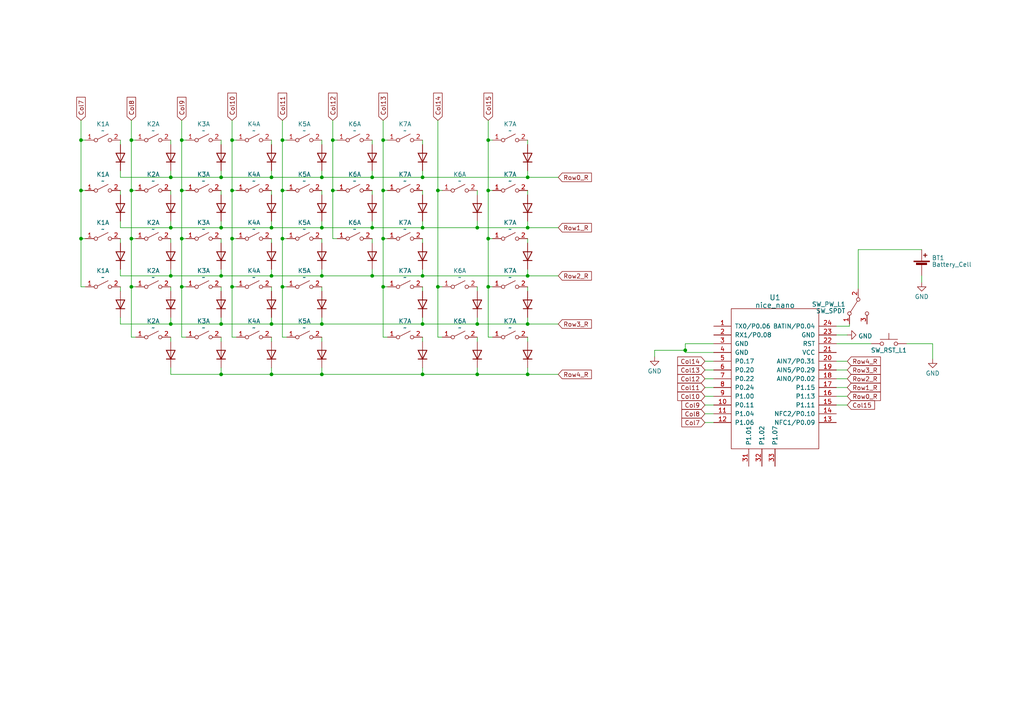
<source format=kicad_sch>
(kicad_sch (version 20230121) (generator eeschema)
  (paper "A4")
  (lib_symbols
    (symbol "Device:Battery_Cell" (pin_numbers hide) (pin_names (offset 0) hide)
      (property "Reference" "BT" (at 2.54 2.54 0))
      (property "Value" "Battery_Cell" (at 2.54 0 0))
      (symbol "Battery_Cell_1_1"
        (pin passive line (at 0 5.08 270) (length 2.54) (name "+") (number "1"))
        (pin passive line (at 0 -2.54 90) (length 2.54) (name "-") (number "2"))
      )
    )
    (symbol "Device:D" (pin_numbers hide) (pin_names (offset 1.016) hide)
      (property "Reference" "D" (at 0 2.54 0))
      (property "Value" "D" (at 0 -2.54 0))
      (symbol "D_1_1"
        (pin passive line (at -3.81 0 0) (length 2.54) (name "K") (number "1"))
        (pin passive line (at 3.81 0 180) (length 2.54) (name "A") (number "2"))
      )
    )
    (symbol "Switch:SW_DPST_x2" (pin_names (offset 0) hide)
      (property "Reference" "SW" (at 0 3.175 0))
      (property "Value" "SW_DPST_x2" (at 0 -2.54 0))
      (symbol "SW_DPST_x2_1_1"
        (pin passive line (at -5.08 0 0) (length 2.54) (name "A") (number "1"))
        (pin passive line (at 5.08 0 180) (length 2.54) (name "B") (number "2"))
      )
      (symbol "SW_DPST_x2_2_1"
        (pin passive line (at -5.08 0 0) (length 2.54) (name "A") (number "3"))
        (pin passive line (at 5.08 0 180) (length 2.54) (name "B") (number "4"))
      )
    )
    (symbol "Switch:SW_Push" (pin_numbers hide) (pin_names (offset 1.016) hide)
      (property "Reference" "SW" (at 1.27 2.54 0))
      (property "Value" "SW_Push" (at 0 -1.524 0))
      (symbol "SW_Push_0_1"
        (pin passive line (at -5.08 0 0) (length 2.54) (name "1") (number "1"))
        (pin passive line (at 5.08 0 180) (length 2.54) (name "2") (number "2"))
      )
    )
    (symbol "Switch:SW_SPDT" (pin_names (offset 0) hide)
      (property "Reference" "SW" (at 0 4.318 0))
      (property "Value" "SW_SPDT" (at 0 -5.08 0))
      (symbol "SW_SPDT_1_1"
        (pin passive line (at 5.08 2.54 180) (length 2.54) (name "A") (number "1"))
        (pin passive line (at -5.08 0 0) (length 2.54) (name "B") (number "2"))
        (pin passive line (at 5.08 -2.54 180) (length 2.54) (name "C") (number "3"))
      )
    )
    (symbol "nice_nano:nice_nano" (pin_names (offset 1.016))
      (property "Reference" "U" (at 0 0 0))
      (property "Value" "nice_nano" (at 0 2.54 0))
      (symbol "nice_nano_1_1"
        (pin input line (at -17.78 13.97 0) (length 5.08) (name "TX0/P0.06") (number "1"))
        (pin input line (at -17.78 -8.89 0) (length 5.08) (name "P0.11") (number "10"))
        (pin input line (at -17.78 -11.43 0) (length 5.08) (name "P1.04") (number "11"))
        (pin input line (at -17.78 -13.97 0) (length 5.08) (name "P1.06") (number "12"))
        (pin input line (at 17.78 -13.97 180) (length 5.08) (name "NFC1/P0.09") (number "13"))
        (pin input line (at 17.78 -11.43 180) (length 5.08) (name "NFC2/P0.10") (number "14"))
        (pin input line (at 17.78 -8.89 180) (length 5.08) (name "P1.11") (number "15"))
        (pin input line (at 17.78 -6.35 180) (length 5.08) (name "P1.13") (number "16"))
        (pin input line (at 17.78 -3.81 180) (length 5.08) (name "P1.15") (number "17"))
        (pin input line (at 17.78 -1.27 180) (length 5.08) (name "AIN0/P0.02") (number "18"))
        (pin input line (at 17.78 1.27 180) (length 5.08) (name "AIN5/P0.29") (number "19"))
        (pin input line (at -17.78 11.43 0) (length 5.08) (name "RX1/P0.08") (number "2"))
        (pin input line (at 17.78 3.81 180) (length 5.08) (name "AIN7/P0.31") (number "20"))
        (pin input line (at 17.78 6.35 180) (length 5.08) (name "VCC") (number "21"))
        (pin input line (at 17.78 8.89 180) (length 5.08) (name "RST") (number "22"))
        (pin input line (at 17.78 11.43 180) (length 5.08) (name "GND") (number "23"))
        (pin input line (at 17.78 13.97 180) (length 5.08) (name "BATIN/P0.04") (number "24"))
        (pin input line (at -17.78 8.89 0) (length 5.08) (name "GND") (number "3"))
        (pin input line (at -7.62 -26.67 90) (length 5.08) (name "P1.01") (number "31"))
        (pin input line (at -3.81 -26.67 90) (length 5.08) (name "P1.02") (number "32"))
        (pin input line (at 0 -26.67 90) (length 5.08) (name "P1.07") (number "33"))
        (pin input line (at -17.78 6.35 0) (length 5.08) (name "GND") (number "4"))
        (pin input line (at -17.78 3.81 0) (length 5.08) (name "P0.17") (number "5"))
        (pin input line (at -17.78 1.27 0) (length 5.08) (name "P0.20") (number "6"))
        (pin input line (at -17.78 -1.27 0) (length 5.08) (name "P0.22") (number "7"))
        (pin input line (at -17.78 -3.81 0) (length 5.08) (name "P0.24") (number "8"))
        (pin input line (at -17.78 -6.35 0) (length 5.08) (name "P1.00") (number "9"))
      )
    )
    (symbol "power:GND" (power) (pin_names (offset 0))
      (property "Value" "GND" (at 0 -3.81 0))
      (symbol "GND_1_1"
        (pin power_in line (at 0 0 270) (length 0) hide (name "GND") (number "1"))
      )
    )
  )
  (junction (at 23.495 40.64))
  (junction (at 122.555 80.01))
  (junction (at 64.135 108.585))
  (junction (at 122.555 51.435))
  (junction (at 38.1 40.64))
  (junction (at 138.43 108.585))
  (junction (at 107.95 66.04))
  (junction (at 93.345 51.435))
  (junction (at 122.555 93.98))
  (junction (at 78.74 51.435))
  (junction (at 64.135 93.98))
  (junction (at 141.605 83.185))
  (junction (at 67.31 40.64))
  (junction (at 93.345 80.01))
  (junction (at 111.125 55.245))
  (junction (at 107.95 51.435))
  (junction (at 122.555 108.585))
  (junction (at 64.135 51.435))
  (junction (at 93.345 108.585))
  (junction (at 52.705 55.245))
  (junction (at 52.705 69.215))
  (junction (at 153.035 66.04))
  (junction (at 52.705 40.64))
  (junction (at 138.43 93.98))
  (junction (at 127 55.245))
  (junction (at 78.74 80.01))
  (junction (at 38.1 83.185))
  (junction (at 67.31 83.185))
  (junction (at 111.125 40.64))
  (junction (at 78.74 93.98))
  (junction (at 38.1 55.245))
  (junction (at 78.74 108.585))
  (junction (at 49.53 80.01))
  (junction (at 52.705 83.185))
  (junction (at 93.345 93.98))
  (junction (at 96.52 40.64))
  (junction (at 38.1 69.215))
  (junction (at 127 83.185))
  (junction (at 141.605 69.215))
  (junction (at 49.53 93.98))
  (junction (at 96.52 55.245))
  (junction (at 93.345 66.04))
  (junction (at 81.915 40.64))
  (junction (at 153.035 93.98))
  (junction (at 107.95 80.01))
  (junction (at 81.915 55.245))
  (junction (at 67.31 69.215))
  (junction (at 81.915 69.215))
  (junction (at 111.125 83.185))
  (junction (at 49.53 51.435))
  (junction (at 64.135 80.01))
  (junction (at 153.035 51.435))
  (junction (at 64.135 66.04))
  (junction (at 122.555 66.04))
  (junction (at 111.125 69.215))
  (junction (at 153.035 80.01))
  (junction (at 138.43 66.04))
  (junction (at 49.53 66.04))
  (junction (at 141.605 40.64))
  (junction (at 81.915 83.185))
  (junction (at 23.495 55.245))
  (junction (at 78.74 66.04))
  (junction (at 153.035 108.585))
  (junction (at 141.605 55.245))
  (junction (at 67.31 55.245))
  (junction (at 23.495 69.215))
  (junction (at 198.755 101.6))
  (wire (pts (xy 38.1 55.245) (xy 39.37 55.245)))
  (wire (pts (xy 38.1 55.245) (xy 38.1 69.215)))
  (wire (pts (xy 64.135 106.68) (xy 64.135 108.585)))
  (wire (pts (xy 111.125 69.215) (xy 112.395 69.215)))
  (wire (pts (xy 78.74 78.105) (xy 78.74 80.01)))
  (wire (pts (xy 34.925 51.435) (xy 49.53 51.435)))
  (wire (pts (xy 107.95 78.105) (xy 107.95 80.01)))
  (wire (pts (xy 127 83.185) (xy 127 97.79)))
  (wire (pts (xy 49.53 55.245) (xy 49.53 56.515)))
  (wire (pts (xy 78.74 49.53) (xy 78.74 51.435)))
  (wire (pts (xy 64.135 108.585) (xy 78.74 108.585)))
  (wire (pts (xy 242.57 112.395) (xy 245.745 112.395)))
  (wire (pts (xy 34.925 66.04) (xy 49.53 66.04)))
  (wire (pts (xy 122.555 92.075) (xy 122.555 93.98)))
  (wire (pts (xy 49.53 66.04) (xy 64.135 66.04)))
  (wire (pts (xy 96.52 55.245) (xy 97.79 55.245)))
  (wire (pts (xy 52.705 69.215) (xy 52.705 83.185)))
  (wire (pts (xy 64.135 49.53) (xy 64.135 51.435)))
  (wire (pts (xy 141.605 55.245) (xy 142.875 55.245)))
  (wire (pts (xy 49.53 106.68) (xy 49.53 108.585)))
  (wire (pts (xy 107.95 49.53) (xy 107.95 51.435)))
  (wire (pts (xy 111.125 40.64) (xy 112.395 40.64)))
  (wire (pts (xy 153.035 55.245) (xy 153.035 56.515)))
  (wire (pts (xy 38.1 83.185) (xy 39.37 83.185)))
  (wire (pts (xy 267.335 72.39) (xy 248.92 72.39)))
  (wire (pts (xy 49.53 108.585) (xy 64.135 108.585)))
  (wire (pts (xy 23.495 40.64) (xy 24.765 40.64)))
  (wire (pts (xy 34.925 80.01) (xy 49.53 80.01)))
  (wire (pts (xy 67.31 40.64) (xy 68.58 40.64)))
  (wire (pts (xy 204.47 122.555) (xy 207.01 122.555)))
  (wire (pts (xy 153.035 64.135) (xy 153.035 66.04)))
  (wire (pts (xy 242.57 99.695) (xy 252.73 99.695)))
  (wire (pts (xy 23.495 69.215) (xy 24.765 69.215)))
  (wire (pts (xy 81.915 83.185) (xy 81.915 97.79)))
  (wire (pts (xy 93.345 49.53) (xy 93.345 51.435)))
  (wire (pts (xy 78.74 97.79) (xy 78.74 99.06)))
  (wire (pts (xy 64.135 80.01) (xy 78.74 80.01)))
  (wire (pts (xy 49.53 78.105) (xy 49.53 80.01)))
  (wire (pts (xy 67.31 69.215) (xy 68.58 69.215)))
  (wire (pts (xy 23.495 69.215) (xy 23.495 83.185)))
  (wire (pts (xy 111.125 83.185) (xy 112.395 83.185)))
  (wire (pts (xy 204.47 112.395) (xy 207.01 112.395)))
  (wire (pts (xy 38.1 40.64) (xy 39.37 40.64)))
  (wire (pts (xy 93.345 40.64) (xy 93.345 41.91)))
  (wire (pts (xy 78.74 93.98) (xy 93.345 93.98)))
  (wire (pts (xy 141.605 34.925) (xy 141.605 40.64)))
  (wire (pts (xy 127 55.245) (xy 128.27 55.245)))
  (wire (pts (xy 52.705 83.185) (xy 53.975 83.185)))
  (wire (pts (xy 207.01 99.695) (xy 198.755 99.695)))
  (wire (pts (xy 52.705 55.245) (xy 53.975 55.245)))
  (wire (pts (xy 67.31 55.245) (xy 67.31 69.215)))
  (wire (pts (xy 52.705 97.79) (xy 53.975 97.79)))
  (wire (pts (xy 111.125 40.64) (xy 111.125 55.245)))
  (wire (pts (xy 111.125 55.245) (xy 112.395 55.245)))
  (wire (pts (xy 38.1 69.215) (xy 38.1 83.185)))
  (wire (pts (xy 204.47 109.855) (xy 207.01 109.855)))
  (wire (pts (xy 67.31 34.925) (xy 67.31 40.64)))
  (wire (pts (xy 127 34.925) (xy 127 55.245)))
  (wire (pts (xy 204.47 107.315) (xy 207.01 107.315)))
  (wire (pts (xy 67.31 55.245) (xy 68.58 55.245)))
  (wire (pts (xy 49.53 51.435) (xy 64.135 51.435)))
  (wire (pts (xy 93.345 83.185) (xy 93.345 84.455)))
  (wire (pts (xy 52.705 69.215) (xy 53.975 69.215)))
  (wire (pts (xy 96.52 34.925) (xy 96.52 40.64)))
  (wire (pts (xy 141.605 69.215) (xy 142.875 69.215)))
  (wire (pts (xy 122.555 40.64) (xy 122.555 41.91)))
  (wire (pts (xy 34.925 92.075) (xy 34.925 93.98)))
  (wire (pts (xy 138.43 92.075) (xy 138.43 93.98)))
  (wire (pts (xy 64.135 66.04) (xy 78.74 66.04)))
  (wire (pts (xy 64.135 83.185) (xy 64.135 84.455)))
  (wire (pts (xy 198.755 99.695) (xy 198.755 101.6)))
  (wire (pts (xy 107.95 55.245) (xy 107.95 56.515)))
  (wire (pts (xy 107.95 40.64) (xy 107.95 41.91)))
  (wire (pts (xy 23.495 40.64) (xy 23.495 55.245)))
  (wire (pts (xy 81.915 69.215) (xy 83.185 69.215)))
  (wire (pts (xy 38.1 69.215) (xy 39.37 69.215)))
  (wire (pts (xy 246.38 94.615) (xy 242.57 94.615)))
  (wire (pts (xy 248.92 72.39) (xy 248.92 83.82)))
  (wire (pts (xy 153.035 69.215) (xy 153.035 70.485)))
  (wire (pts (xy 93.345 64.135) (xy 93.345 66.04)))
  (wire (pts (xy 34.925 83.185) (xy 34.925 84.455)))
  (wire (pts (xy 153.035 97.79) (xy 153.035 99.06)))
  (wire (pts (xy 122.555 69.215) (xy 122.555 70.485)))
  (wire (pts (xy 78.74 92.075) (xy 78.74 93.98)))
  (wire (pts (xy 23.495 83.185) (xy 24.765 83.185)))
  (wire (pts (xy 141.605 69.215) (xy 141.605 83.185)))
  (wire (pts (xy 122.555 80.01) (xy 153.035 80.01)))
  (wire (pts (xy 107.95 64.135) (xy 107.95 66.04)))
  (wire (pts (xy 122.555 93.98) (xy 138.43 93.98)))
  (wire (pts (xy 49.53 80.01) (xy 64.135 80.01)))
  (wire (pts (xy 153.035 106.68) (xy 153.035 108.585)))
  (wire (pts (xy 34.925 69.215) (xy 34.925 70.485)))
  (wire (pts (xy 93.345 69.215) (xy 93.345 70.485)))
  (wire (pts (xy 111.125 97.79) (xy 112.395 97.79)))
  (wire (pts (xy 67.31 69.215) (xy 67.31 83.185)))
  (wire (pts (xy 138.43 97.79) (xy 138.43 99.06)))
  (wire (pts (xy 49.53 64.135) (xy 49.53 66.04)))
  (wire (pts (xy 153.035 40.64) (xy 153.035 41.91)))
  (wire (pts (xy 64.135 69.215) (xy 64.135 70.485)))
  (wire (pts (xy 81.915 97.79) (xy 83.185 97.79)))
  (wire (pts (xy 153.035 78.105) (xy 153.035 80.01)))
  (wire (pts (xy 67.31 97.79) (xy 68.58 97.79)))
  (wire (pts (xy 141.605 83.185) (xy 142.875 83.185)))
  (wire (pts (xy 49.53 40.64) (xy 49.53 41.91)))
  (wire (pts (xy 78.74 69.215) (xy 78.74 70.485)))
  (wire (pts (xy 23.495 55.245) (xy 24.765 55.245)))
  (wire (pts (xy 49.53 93.98) (xy 64.135 93.98)))
  (wire (pts (xy 107.95 66.04) (xy 122.555 66.04)))
  (wire (pts (xy 52.705 40.64) (xy 52.705 55.245)))
  (wire (pts (xy 138.43 64.135) (xy 138.43 66.04)))
  (wire (pts (xy 138.43 93.98) (xy 153.035 93.98)))
  (wire (pts (xy 78.74 108.585) (xy 93.345 108.585)))
  (wire (pts (xy 242.57 97.155) (xy 245.745 97.155)))
  (wire (pts (xy 78.74 80.01) (xy 93.345 80.01)))
  (wire (pts (xy 122.555 66.04) (xy 138.43 66.04)))
  (wire (pts (xy 204.47 117.475) (xy 207.01 117.475)))
  (wire (pts (xy 204.47 120.015) (xy 207.01 120.015)))
  (wire (pts (xy 93.345 106.68) (xy 93.345 108.585)))
  (wire (pts (xy 96.52 40.64) (xy 97.79 40.64)))
  (wire (pts (xy 78.74 55.245) (xy 78.74 56.515)))
  (wire (pts (xy 81.915 40.64) (xy 83.185 40.64)))
  (wire (pts (xy 67.31 40.64) (xy 67.31 55.245)))
  (wire (pts (xy 96.52 69.215) (xy 97.79 69.215)))
  (wire (pts (xy 153.035 49.53) (xy 153.035 51.435)))
  (wire (pts (xy 93.345 108.585) (xy 122.555 108.585)))
  (wire (pts (xy 78.74 106.68) (xy 78.74 108.585)))
  (wire (pts (xy 122.555 83.185) (xy 122.555 84.455)))
  (wire (pts (xy 64.135 92.075) (xy 64.135 93.98)))
  (wire (pts (xy 267.335 80.01) (xy 267.335 81.915)))
  (wire (pts (xy 122.555 64.135) (xy 122.555 66.04)))
  (wire (pts (xy 242.57 104.775) (xy 245.745 104.775)))
  (wire (pts (xy 49.53 49.53) (xy 49.53 51.435)))
  (wire (pts (xy 153.035 108.585) (xy 161.925 108.585)))
  (wire (pts (xy 49.53 92.075) (xy 49.53 93.98)))
  (wire (pts (xy 189.865 101.6) (xy 198.755 101.6)))
  (wire (pts (xy 93.345 66.04) (xy 107.95 66.04)))
  (wire (pts (xy 81.915 83.185) (xy 83.185 83.185)))
  (wire (pts (xy 153.035 51.435) (xy 161.925 51.435)))
  (wire (pts (xy 107.95 69.215) (xy 107.95 70.485)))
  (wire (pts (xy 262.89 99.695) (xy 270.51 99.695)))
  (wire (pts (xy 122.555 108.585) (xy 138.43 108.585)))
  (wire (pts (xy 93.345 51.435) (xy 107.95 51.435)))
  (wire (pts (xy 34.925 40.64) (xy 34.925 41.91)))
  (wire (pts (xy 107.95 51.435) (xy 122.555 51.435)))
  (wire (pts (xy 198.755 101.6) (xy 198.755 102.235)))
  (wire (pts (xy 141.605 40.64) (xy 142.875 40.64)))
  (wire (pts (xy 122.555 97.79) (xy 122.555 99.06)))
  (wire (pts (xy 93.345 55.245) (xy 93.345 56.515)))
  (wire (pts (xy 141.605 97.79) (xy 142.875 97.79)))
  (wire (pts (xy 122.555 49.53) (xy 122.555 51.435)))
  (wire (pts (xy 81.915 40.64) (xy 81.915 55.245)))
  (wire (pts (xy 153.035 92.075) (xy 153.035 93.98)))
  (wire (pts (xy 242.57 109.855) (xy 245.745 109.855)))
  (wire (pts (xy 52.705 34.925) (xy 52.705 40.64)))
  (wire (pts (xy 153.035 93.98) (xy 161.925 93.98)))
  (wire (pts (xy 127 97.79) (xy 128.27 97.79)))
  (wire (pts (xy 93.345 92.075) (xy 93.345 93.98)))
  (wire (pts (xy 67.31 83.185) (xy 67.31 97.79)))
  (wire (pts (xy 64.135 40.64) (xy 64.135 41.91)))
  (wire (pts (xy 93.345 80.01) (xy 107.95 80.01)))
  (wire (pts (xy 153.035 83.185) (xy 153.035 84.455)))
  (wire (pts (xy 189.865 101.6) (xy 189.865 103.505)))
  (wire (pts (xy 78.74 83.185) (xy 78.74 84.455)))
  (wire (pts (xy 242.57 107.315) (xy 245.745 107.315)))
  (wire (pts (xy 242.57 117.475) (xy 245.745 117.475)))
  (wire (pts (xy 242.57 114.935) (xy 245.745 114.935)))
  (wire (pts (xy 34.925 64.135) (xy 34.925 66.04)))
  (wire (pts (xy 111.125 55.245) (xy 111.125 69.215)))
  (wire (pts (xy 34.925 49.53) (xy 34.925 51.435)))
  (wire (pts (xy 96.52 55.245) (xy 96.52 69.215)))
  (wire (pts (xy 138.43 66.04) (xy 153.035 66.04)))
  (wire (pts (xy 153.035 80.01) (xy 161.925 80.01)))
  (wire (pts (xy 52.705 83.185) (xy 52.705 97.79)))
  (wire (pts (xy 111.125 34.925) (xy 111.125 40.64)))
  (wire (pts (xy 78.74 66.04) (xy 93.345 66.04)))
  (wire (pts (xy 96.52 40.64) (xy 96.52 55.245)))
  (wire (pts (xy 93.345 93.98) (xy 122.555 93.98)))
  (wire (pts (xy 64.135 55.245) (xy 64.135 56.515)))
  (wire (pts (xy 122.555 55.245) (xy 122.555 56.515)))
  (wire (pts (xy 138.43 55.245) (xy 138.43 56.515)))
  (wire (pts (xy 93.345 97.79) (xy 93.345 99.06)))
  (wire (pts (xy 127 83.185) (xy 128.27 83.185)))
  (wire (pts (xy 111.125 69.215) (xy 111.125 83.185)))
  (wire (pts (xy 38.1 34.925) (xy 38.1 40.64)))
  (wire (pts (xy 204.47 114.935) (xy 207.01 114.935)))
  (wire (pts (xy 81.915 55.245) (xy 81.915 69.215)))
  (wire (pts (xy 64.135 78.105) (xy 64.135 80.01)))
  (wire (pts (xy 78.74 40.64) (xy 78.74 41.91)))
  (wire (pts (xy 81.915 69.215) (xy 81.915 83.185)))
  (wire (pts (xy 81.915 34.925) (xy 81.915 40.64)))
  (wire (pts (xy 23.495 34.925) (xy 23.495 40.64)))
  (wire (pts (xy 127 55.245) (xy 127 83.185)))
  (wire (pts (xy 111.125 83.185) (xy 111.125 97.79)))
  (wire (pts (xy 64.135 93.98) (xy 78.74 93.98)))
  (wire (pts (xy 122.555 51.435) (xy 153.035 51.435)))
  (wire (pts (xy 38.1 83.185) (xy 38.1 97.79)))
  (wire (pts (xy 93.345 78.105) (xy 93.345 80.01)))
  (wire (pts (xy 23.495 55.245) (xy 23.495 69.215)))
  (wire (pts (xy 198.755 102.235) (xy 207.01 102.235)))
  (wire (pts (xy 78.74 51.435) (xy 93.345 51.435)))
  (wire (pts (xy 138.43 108.585) (xy 153.035 108.585)))
  (wire (pts (xy 52.705 55.245) (xy 52.705 69.215)))
  (wire (pts (xy 81.915 55.245) (xy 83.185 55.245)))
  (wire (pts (xy 204.47 104.775) (xy 207.01 104.775)))
  (wire (pts (xy 153.035 66.04) (xy 161.925 66.04)))
  (wire (pts (xy 67.31 83.185) (xy 68.58 83.185)))
  (wire (pts (xy 246.38 93.98) (xy 246.38 94.615)))
  (wire (pts (xy 49.53 83.185) (xy 49.53 84.455)))
  (wire (pts (xy 138.43 83.185) (xy 138.43 84.455)))
  (wire (pts (xy 34.925 78.105) (xy 34.925 80.01)))
  (wire (pts (xy 107.95 80.01) (xy 122.555 80.01)))
  (wire (pts (xy 141.605 40.64) (xy 141.605 55.245)))
  (wire (pts (xy 122.555 78.105) (xy 122.555 80.01)))
  (wire (pts (xy 78.74 64.135) (xy 78.74 66.04)))
  (wire (pts (xy 141.605 55.245) (xy 141.605 69.215)))
  (wire (pts (xy 34.925 55.245) (xy 34.925 56.515)))
  (wire (pts (xy 38.1 97.79) (xy 39.37 97.79)))
  (wire (pts (xy 49.53 97.79) (xy 49.53 99.06)))
  (wire (pts (xy 49.53 69.215) (xy 49.53 70.485)))
  (wire (pts (xy 64.135 64.135) (xy 64.135 66.04)))
  (wire (pts (xy 64.135 97.79) (xy 64.135 99.06)))
  (wire (pts (xy 52.705 40.64) (xy 53.975 40.64)))
  (wire (pts (xy 141.605 83.185) (xy 141.605 97.79)))
  (wire (pts (xy 34.925 93.98) (xy 49.53 93.98)))
  (wire (pts (xy 38.1 40.64) (xy 38.1 55.245)))
  (wire (pts (xy 270.51 99.695) (xy 270.51 104.14)))
  (wire (pts (xy 122.555 106.68) (xy 122.555 108.585)))
  (wire (pts (xy 64.135 51.435) (xy 78.74 51.435)))
  (wire (pts (xy 138.43 106.68) (xy 138.43 108.585)))
  (global_label "Row1_R" (shape input) (at 161.925 66.04 0) (property "Intersheetrefs" "${INTERSHEET_REFS}" (effects hide)))
  (global_label "Row4_R" (shape input) (at 161.925 108.585 0) (property "Intersheetrefs" "${INTERSHEET_REFS}" (effects hide)))
  (global_label "Col15" (shape input) (at 141.605 34.925 90) (property "Intersheetrefs" "${INTERSHEET_REFS}" (effects hide)))
  (global_label "Row3_R" (shape input) (at 161.925 93.98 0) (property "Intersheetrefs" "${INTERSHEET_REFS}" (effects hide)))
  (global_label "Col13" (shape input) (at 204.47 107.315 180) (property "Intersheetrefs" "${INTERSHEET_REFS}" (effects hide)))
  (global_label "Row4_R" (shape input) (at 245.745 104.775 0) (property "Intersheetrefs" "${INTERSHEET_REFS}" (effects hide)))
  (global_label "Col14" (shape input) (at 127 34.925 90) (property "Intersheetrefs" "${INTERSHEET_REFS}" (effects hide)))
  (global_label "Col10" (shape input) (at 67.31 34.925 90) (property "Intersheetrefs" "${INTERSHEET_REFS}" (effects hide)))
  (global_label "Col13" (shape input) (at 111.125 34.925 90) (property "Intersheetrefs" "${INTERSHEET_REFS}" (effects hide)))
  (global_label "Row3_R" (shape input) (at 245.745 107.315 0) (property "Intersheetrefs" "${INTERSHEET_REFS}" (effects hide)))
  (global_label "Col14" (shape input) (at 204.47 104.775 180) (property "Intersheetrefs" "${INTERSHEET_REFS}" (effects hide)))
  (global_label "Col8" (shape input) (at 204.47 120.015 180) (property "Intersheetrefs" "${INTERSHEET_REFS}" (effects hide)))
  (global_label "Row0_R" (shape input) (at 245.745 114.935 0) (property "Intersheetrefs" "${INTERSHEET_REFS}" (effects hide)))
  (global_label "Col11" (shape input) (at 81.915 34.925 90) (property "Intersheetrefs" "${INTERSHEET_REFS}" (effects hide)))
  (global_label "Row2_R" (shape input) (at 245.745 109.855 0) (property "Intersheetrefs" "${INTERSHEET_REFS}" (effects hide)))
  (global_label "Col8" (shape input) (at 38.1 34.925 90) (property "Intersheetrefs" "${INTERSHEET_REFS}" (effects hide)))
  (global_label "Row0_R" (shape input) (at 161.925 51.435 0) (property "Intersheetrefs" "${INTERSHEET_REFS}" (effects hide)))
  (global_label "Col11" (shape input) (at 204.47 112.395 180) (property "Intersheetrefs" "${INTERSHEET_REFS}" (effects hide)))
  (global_label "Col9" (shape input) (at 204.47 117.475 180) (property "Intersheetrefs" "${INTERSHEET_REFS}" (effects hide)))
  (global_label "Row2_R" (shape input) (at 161.925 80.01 0) (property "Intersheetrefs" "${INTERSHEET_REFS}" (effects hide)))
  (global_label "Col7" (shape input) (at 23.495 34.925 90) (property "Intersheetrefs" "${INTERSHEET_REFS}" (effects hide)))
  (global_label "Col15" (shape input) (at 245.745 117.475 0) (property "Intersheetrefs" "${INTERSHEET_REFS}" (effects hide)))
  (global_label "Col12" (shape input) (at 96.52 34.925 90) (property "Intersheetrefs" "${INTERSHEET_REFS}" (effects hide)))
  (global_label "Col12" (shape input) (at 204.47 109.855 180) (property "Intersheetrefs" "${INTERSHEET_REFS}" (effects hide)))
  (global_label "Col10" (shape input) (at 204.47 114.935 180) (property "Intersheetrefs" "${INTERSHEET_REFS}" (effects hide)))
  (global_label "Col7" (shape input) (at 204.47 122.555 180) (property "Intersheetrefs" "${INTERSHEET_REFS}" (effects hide)))
  (global_label "Col9" (shape input) (at 52.705 34.925 90) (property "Intersheetrefs" "${INTERSHEET_REFS}" (effects hide)))
  (global_label "Row1_R" (shape input) (at 245.745 112.395 0) (property "Intersheetrefs" "${INTERSHEET_REFS}" (effects hide)))
  (symbol (lib_id "Device:D") (at 153.035 74.295 90) (unit 1)
    (property "Reference" "D7" (effects hide))
    (property "Value" "D" (effects hide))
    (property "Footprint" "Diode_SMD:D_SMA" (effects hide))
    (property "Sim.Device" "D" (effects hide))
    (property "Sim.Pins" "1=K 2=A" (effects hide))
    (instances (project "friendly_Split-65" (path "" (reference "D7") (unit 1)) (path "" (reference "D56") (unit 1))))
  )
  (symbol (lib_id "Device:D") (at 153.035 88.265 90) (unit 1)
    (property "Reference" "D7" (effects hide))
    (property "Value" "D" (effects hide))
    (property "Footprint" "Diode_SMD:D_SMA" (effects hide))
    (property "Sim.Device" "D" (effects hide))
    (property "Sim.Pins" "1=K 2=A" (effects hide))
    (instances (project "friendly_Split-65" (path "" (reference "D7") (unit 1)) (path "" (reference "D64") (unit 1))))
  )
  (symbol (lib_id "Device:D") (at 107.95 74.295 90) (unit 1)
    (property "Reference" "D6" (effects hide))
    (property "Value" "D" (effects hide))
    (property "Footprint" "Diode_SMD:D_SMA" (effects hide))
    (property "Sim.Device" "D" (effects hide))
    (property "Sim.Pins" "1=K 2=A" (effects hide))
    (instances (project "friendly_Split-65" (path "" (reference "D6") (unit 1)) (path "" (reference "D54") (unit 1))))
  )
  (symbol (lib_id "Switch:SW_DPST_x2") (at 102.87 55.245 0) (unit 1)
    (property "Reference" "K6" (at 102.87 50.5841 0))
    (property "Value" "~" (at 102.87 52.5051 0))
    (property "Footprint" "PCM_Switch_Keyboard_Hotswap_Kailh:SW_Hotswap_Kailh_Choc_V1V2_1.00u" (effects hide))
    (instances (project "friendly_Split-65" (path "" (reference "K6") (unit 1)) (path "" (reference "K45") (unit 1))))
  )
  (symbol (lib_id "Device:D") (at 93.345 74.295 90) (unit 1)
    (property "Reference" "D5" (effects hide))
    (property "Value" "D" (effects hide))
    (property "Footprint" "Diode_SMD:D_SMA" (effects hide))
    (property "Sim.Device" "D" (effects hide))
    (property "Sim.Pins" "1=K 2=A" (effects hide))
    (instances (project "friendly_Split-65" (path "" (reference "D5") (unit 1)) (path "" (reference "D53") (unit 1))))
  )
  (symbol (lib_id "Device:D") (at 122.555 45.72 90) (unit 1)
    (property "Reference" "D7" (effects hide))
    (property "Value" "D" (effects hide))
    (property "Footprint" "Diode_SMD:D_SMA" (effects hide))
    (property "Sim.Device" "D" (effects hide))
    (property "Sim.Pins" "1=K 2=A" (effects hide))
    (instances (project "friendly_Split-65" (path "" (reference "D7") (unit 1)) (path "" (reference "D38") (unit 1))))
  )
  (symbol (lib_id "nice_nano:nice_nano") (at 224.79 108.585 0) (unit 1)
    (property "Reference" "U1" (at 224.79 86.2789 0) (effects (font (size 1.524 1.524))))
    (property "Value" "nice_nano" (at 224.79 88.5331 0) (effects (font (size 1.524 1.524))))
    (property "Footprint" "nice-nano-kicad:nice_nano" (effects hide))
    (instances (project "friendly_Split-65" (path "" (reference "U1") (unit 1)) (path "" (reference "U2_R1") (unit 1))))
  )
  (symbol (lib_id "Switch:SW_DPST_x2") (at 88.265 55.245 0) (unit 1)
    (property "Reference" "K5" (at 88.265 50.5841 0))
    (property "Value" "~" (at 88.265 52.5051 0))
    (property "Footprint" "PCM_Switch_Keyboard_Hotswap_Kailh:SW_Hotswap_Kailh_Choc_V1V2_1.00u" (effects hide))
    (instances (project "friendly_Split-65" (path "" (reference "K5") (unit 1)) (path "" (reference "K44") (unit 1))))
  )
  (symbol (lib_id "Switch:SW_DPST_x2") (at 29.845 40.64 0) (unit 1)
    (property "Reference" "K1" (at 29.845 35.9791 0))
    (property "Value" "~" (at 29.845 37.9001 0))
    (property "Footprint" "PCM_Switch_Keyboard_Hotswap_Kailh:SW_Hotswap_Kailh_Choc_V1V2_1.00u" (effects hide))
    (instances (project "friendly_Split-65" (path "" (reference "K1") (unit 1)) (path "" (reference "K32") (unit 1))))
  )
  (symbol (lib_id "Device:D") (at 122.555 60.325 90) (unit 1)
    (property "Reference" "D7" (effects hide))
    (property "Value" "D" (effects hide))
    (property "Footprint" "Diode_SMD:D_SMA" (effects hide))
    (property "Sim.Device" "D" (effects hide))
    (property "Sim.Pins" "1=K 2=A" (effects hide))
    (instances (project "friendly_Split-65" (path "" (reference "D7") (unit 1)) (path "" (reference "D46") (unit 1))))
  )
  (symbol (lib_id "Device:D") (at 93.345 45.72 90) (unit 1)
    (property "Reference" "D5" (effects hide))
    (property "Value" "D" (effects hide))
    (property "Footprint" "Diode_SMD:D_SMA" (effects hide))
    (property "Sim.Device" "D" (effects hide))
    (property "Sim.Pins" "1=K 2=A" (effects hide))
    (instances (project "friendly_Split-65" (path "" (reference "D5") (unit 1)) (path "" (reference "D36") (unit 1))))
  )
  (symbol (lib_id "Device:D") (at 49.53 88.265 90) (unit 1)
    (property "Reference" "D2" (effects hide))
    (property "Value" "D" (effects hide))
    (property "Footprint" "Diode_SMD:D_SMA" (effects hide))
    (property "Sim.Device" "D" (effects hide))
    (property "Sim.Pins" "1=K 2=A" (effects hide))
    (instances (project "friendly_Split-65" (path "" (reference "D2") (unit 1)) (path "" (reference "D58") (unit 1))))
  )
  (symbol (lib_id "Switch:SW_DPST_x2") (at 59.055 83.185 0) (unit 1)
    (property "Reference" "K3" (at 59.055 78.5241 0))
    (property "Value" "~" (at 59.055 80.4451 0))
    (property "Footprint" "PCM_Switch_Keyboard_Hotswap_Kailh:SW_Hotswap_Kailh_Choc_V1V2_1.00u" (effects hide))
    (instances (project "friendly_Split-65" (path "" (reference "K3") (unit 1)) (path "" (reference "K59") (unit 1))))
  )
  (symbol (lib_id "Device:D") (at 78.74 88.265 90) (unit 1)
    (property "Reference" "D4" (effects hide))
    (property "Value" "D" (effects hide))
    (property "Footprint" "Diode_SMD:D_SMA" (effects hide))
    (property "Sim.Device" "D" (effects hide))
    (property "Sim.Pins" "1=K 2=A" (effects hide))
    (instances (project "friendly_Split-65" (path "" (reference "D4") (unit 1)) (path "" (reference "D60") (unit 1))))
  )
  (symbol (lib_id "Switch:SW_DPST_x2") (at 147.955 69.215 0) (unit 1)
    (property "Reference" "K7" (at 147.955 64.5541 0))
    (property "Value" "~" (at 147.955 66.4751 0))
    (property "Footprint" "PCM_Switch_Keyboard_Hotswap_Kailh:SW_Hotswap_Kailh_Choc_V1V2_1.00u" (effects hide))
    (instances (project "friendly_Split-65" (path "" (reference "K7") (unit 1)) (path "" (reference "K56") (unit 1))))
  )
  (symbol (lib_id "Switch:SW_DPST_x2") (at 29.845 55.245 0) (unit 1)
    (property "Reference" "K1" (at 29.845 50.5841 0))
    (property "Value" "~" (at 29.845 52.5051 0))
    (property "Footprint" "PCM_Switch_Keyboard_Hotswap_Kailh:SW_Hotswap_Kailh_Choc_V1V2_1.00u" (effects hide))
    (instances (project "friendly_Split-65" (path "" (reference "K1") (unit 1)) (path "" (reference "K40") (unit 1))))
  )
  (symbol (lib_id "Device:D") (at 34.925 45.72 90) (unit 1)
    (property "Reference" "D1" (effects hide))
    (property "Value" "D" (effects hide))
    (property "Footprint" "Diode_SMD:D_SMA" (effects hide))
    (property "Sim.Device" "D" (effects hide))
    (property "Sim.Pins" "1=K 2=A" (effects hide))
    (instances (project "friendly_Split-65" (path "" (reference "D1") (unit 1)) (path "" (reference "D32") (unit 1))))
  )
  (symbol (lib_id "Device:D") (at 122.555 102.87 90) (unit 1)
    (property "Reference" "D7" (effects hide))
    (property "Value" "D" (effects hide))
    (property "Footprint" "Diode_SMD:D_SMA" (effects hide))
    (property "Sim.Device" "D" (effects hide))
    (property "Sim.Pins" "1=K 2=A" (effects hide))
    (instances (project "friendly_Split-65" (path "" (reference "D7") (unit 1)) (path "" (reference "D69") (unit 1))))
  )
  (symbol (lib_id "Switch:SW_DPST_x2") (at 117.475 55.245 0) (unit 1)
    (property "Reference" "K7" (at 117.475 50.5841 0))
    (property "Value" "~" (at 117.475 52.5051 0))
    (property "Footprint" "PCM_Switch_Keyboard_Hotswap_Kailh:SW_Hotswap_Kailh_Choc_V1V2_1.00u" (effects hide))
    (instances (project "friendly_Split-65" (path "" (reference "K7") (unit 1)) (path "" (reference "K46") (unit 1))))
  )
  (symbol (lib_id "Device:D") (at 49.53 102.87 90) (unit 1)
    (property "Reference" "D2" (effects hide))
    (property "Value" "D" (effects hide))
    (property "Footprint" "Diode_SMD:D_SMA" (effects hide))
    (property "Sim.Device" "D" (effects hide))
    (property "Sim.Pins" "1=K 2=A" (effects hide))
    (instances (project "friendly_Split-65" (path "" (reference "D2") (unit 1)) (path "" (reference "D65") (unit 1))))
  )
  (symbol (lib_id "Device:D") (at 78.74 45.72 90) (unit 1)
    (property "Reference" "D4" (effects hide))
    (property "Value" "D" (effects hide))
    (property "Footprint" "Diode_SMD:D_SMA" (effects hide))
    (property "Sim.Device" "D" (effects hide))
    (property "Sim.Pins" "1=K 2=A" (effects hide))
    (instances (project "friendly_Split-65" (path "" (reference "D4") (unit 1)) (path "" (reference "D35") (unit 1))))
  )
  (symbol (lib_id "Switch:SW_DPST_x2") (at 147.955 83.185 0) (unit 1)
    (property "Reference" "K7" (at 147.955 78.5241 0))
    (property "Value" "~" (at 147.955 80.4451 0))
    (property "Footprint" "PCM_Switch_Keyboard_Hotswap_Kailh:SW_Hotswap_Kailh_Choc_V1V2_1.00u" (effects hide))
    (instances (project "friendly_Split-65" (path "" (reference "K7") (unit 1)) (path "" (reference "K64") (unit 1))))
  )
  (symbol (lib_id "Switch:SW_DPST_x2") (at 73.66 69.215 0) (unit 1)
    (property "Reference" "K4" (at 73.66 64.5541 0))
    (property "Value" "~" (at 73.66 66.4751 0))
    (property "Footprint" "PCM_Switch_Keyboard_Hotswap_Kailh:SW_Hotswap_Kailh_Choc_V1V2_1.00u" (effects hide))
    (instances (project "friendly_Split-65" (path "" (reference "K4") (unit 1)) (path "" (reference "K52") (unit 1))))
  )
  (symbol (lib_id "power:GND") (at 189.865 103.505 0) (unit 1)
    (property "Reference" "#PWR02" (effects hide))
    (property "Value" "GND" (at 189.865 107.6405 0))
    (instances (project "friendly_Split-65" (path "" (reference "#PWR02") (unit 1)) (path "" (reference "#PWR05") (unit 1))))
  )
  (symbol (lib_id "Device:D") (at 78.74 102.87 90) (unit 1)
    (property "Reference" "D4" (effects hide))
    (property "Value" "D" (effects hide))
    (property "Footprint" "Diode_SMD:D_SMA" (effects hide))
    (property "Sim.Device" "D" (effects hide))
    (property "Sim.Pins" "1=K 2=A" (effects hide))
    (instances (project "friendly_Split-65" (path "" (reference "D4") (unit 1)) (path "" (reference "D67") (unit 1))))
  )
  (symbol (lib_id "Switch:SW_DPST_x2") (at 88.265 69.215 0) (unit 1)
    (property "Reference" "K5" (at 88.265 64.5541 0))
    (property "Value" "~" (at 88.265 66.4751 0))
    (property "Footprint" "PCM_Switch_Keyboard_Hotswap_Kailh:SW_Hotswap_Kailh_Choc_V1V2_1.00u" (effects hide))
    (instances (project "friendly_Split-65" (path "" (reference "K5") (unit 1)) (path "" (reference "K53") (unit 1))))
  )
  (symbol (lib_id "Device:D") (at 34.925 88.265 90) (unit 1)
    (property "Reference" "D1" (effects hide))
    (property "Value" "D" (effects hide))
    (property "Footprint" "Diode_SMD:D_SMA" (effects hide))
    (property "Sim.Device" "D" (effects hide))
    (property "Sim.Pins" "1=K 2=A" (effects hide))
    (instances (project "friendly_Split-65" (path "" (reference "D1") (unit 1)) (path "" (reference "D57") (unit 1))))
  )
  (symbol (lib_id "Device:D") (at 49.53 60.325 90) (unit 1)
    (property "Reference" "D2" (effects hide))
    (property "Value" "D" (effects hide))
    (property "Footprint" "Diode_SMD:D_SMA" (effects hide))
    (property "Sim.Device" "D" (effects hide))
    (property "Sim.Pins" "1=K 2=A" (effects hide))
    (instances (project "friendly_Split-65" (path "" (reference "D2") (unit 1)) (path "" (reference "D41") (unit 1))))
  )
  (symbol (lib_id "Switch:SW_DPST_x2") (at 117.475 97.79 0) (unit 1)
    (property "Reference" "K7" (at 117.475 93.1291 0))
    (property "Value" "~" (at 117.475 95.0501 0))
    (property "Footprint" "PCM_Switch_Keyboard_Hotswap_Kailh:SW_Hotswap_Kailh_Choc_V1V2_1.00u" (effects hide))
    (instances (project "friendly_Split-65" (path "" (reference "K7") (unit 1)) (path "" (reference "K69") (unit 1))))
  )
  (symbol (lib_id "Device:D") (at 64.135 60.325 90) (unit 1)
    (property "Reference" "D3" (effects hide))
    (property "Value" "D" (effects hide))
    (property "Footprint" "Diode_SMD:D_SMA" (effects hide))
    (property "Sim.Device" "D" (effects hide))
    (property "Sim.Pins" "1=K 2=A" (effects hide))
    (instances (project "friendly_Split-65" (path "" (reference "D3") (unit 1)) (path "" (reference "D42") (unit 1))))
  )
  (symbol (lib_id "Device:D") (at 107.95 60.325 90) (unit 1)
    (property "Reference" "D6" (effects hide))
    (property "Value" "D" (effects hide))
    (property "Footprint" "Diode_SMD:D_SMA" (effects hide))
    (property "Sim.Device" "D" (effects hide))
    (property "Sim.Pins" "1=K 2=A" (effects hide))
    (instances (project "friendly_Split-65" (path "" (reference "D6") (unit 1)) (path "" (reference "D45") (unit 1))))
  )
  (symbol (lib_id "Device:D") (at 153.035 60.325 90) (unit 1)
    (property "Reference" "D7" (effects hide))
    (property "Value" "D" (effects hide))
    (property "Footprint" "Diode_SMD:D_SMA" (effects hide))
    (property "Sim.Device" "D" (effects hide))
    (property "Sim.Pins" "1=K 2=A" (effects hide))
    (instances (project "friendly_Split-65" (path "" (reference "D7") (unit 1)) (path "" (reference "D48") (unit 1))))
  )
  (symbol (lib_id "Switch:SW_DPST_x2") (at 44.45 83.185 0) (unit 1)
    (property "Reference" "K2" (at 44.45 78.5241 0))
    (property "Value" "~" (at 44.45 80.4451 0))
    (property "Footprint" "PCM_Switch_Keyboard_Hotswap_Kailh:SW_Hotswap_Kailh_Choc_V1V2_1.00u" (effects hide))
    (instances (project "friendly_Split-65" (path "" (reference "K2") (unit 1)) (path "" (reference "K58") (unit 1))))
  )
  (symbol (lib_id "Switch:SW_Push") (at 257.81 99.695 0) (unit 1)
    (property "Reference" "SW_RST_L1" (at 257.81 101.6 0))
    (property "Value" "SW_Push" (effects hide))
    (property "Footprint" "Button_Switch_SMD:SW_Push_1P1T-SH_NO_CK_KMR2xxG" (effects hide))
    (property "Datasheet" "https://www.ckswitches.com/media/1479/kmr2.pdf" (effects hide))
    (instances (project "friendly_Split-65" (path "" (reference "SW_RST_L1") (unit 1)) (path "" (reference "SW_RST_R1") (unit 1))))
  )
  (symbol (lib_id "Switch:SW_DPST_x2") (at 29.845 69.215 0) (unit 1)
    (property "Reference" "K1" (at 29.845 64.5541 0))
    (property "Value" "~" (at 29.845 66.4751 0))
    (property "Footprint" "PCM_Switch_Keyboard_Hotswap_Kailh:SW_Hotswap_Kailh_Choc_V1V2_1.00u" (effects hide))
    (instances (project "friendly_Split-65" (path "" (reference "K1") (unit 1)) (path "" (reference "K49") (unit 1))))
  )
  (symbol (lib_id "power:GND") (at 267.335 81.915 0) (unit 1)
    (property "Reference" "#PWR01" (effects hide))
    (property "Value" "GND" (at 267.335 86.0505 0))
    (instances (project "friendly_Split-65" (path "" (reference "#PWR01") (unit 1)) (path "" (reference "#PWR04") (unit 1))))
  )
  (symbol (lib_id "Switch:SW_DPST_x2") (at 117.475 40.64 0) (unit 1)
    (property "Reference" "K7" (at 117.475 35.9791 0))
    (property "Value" "~" (at 117.475 37.9001 0))
    (property "Footprint" "PCM_Switch_Keyboard_Hotswap_Kailh:SW_Hotswap_Kailh_Choc_V1V2_2.00u" (effects hide))
    (instances (project "friendly_Split-65" (path "" (reference "K7") (unit 1)) (path "" (reference "K38") (unit 1))))
  )
  (symbol (lib_id "Switch:SW_DPST_x2") (at 73.66 55.245 0) (unit 1)
    (property "Reference" "K4" (at 73.66 50.5841 0))
    (property "Value" "~" (at 73.66 52.5051 0))
    (property "Footprint" "PCM_Switch_Keyboard_Hotswap_Kailh:SW_Hotswap_Kailh_Choc_V1V2_1.00u" (effects hide))
    (instances (project "friendly_Split-65" (path "" (reference "K4") (unit 1)) (path "" (reference "K43") (unit 1))))
  )
  (symbol (lib_id "Device:D") (at 138.43 88.265 90) (unit 1)
    (property "Reference" "D6" (effects hide))
    (property "Value" "D" (effects hide))
    (property "Footprint" "Diode_SMD:D_SMA" (effects hide))
    (property "Sim.Device" "D" (effects hide))
    (property "Sim.Pins" "1=K 2=A" (effects hide))
    (instances (project "friendly_Split-65" (path "" (reference "D6") (unit 1)) (path "" (reference "D63") (unit 1))))
  )
  (symbol (lib_id "Switch:SW_DPST_x2") (at 88.265 83.185 0) (unit 1)
    (property "Reference" "K5" (at 88.265 78.5241 0))
    (property "Value" "~" (at 88.265 80.4451 0))
    (property "Footprint" "PCM_Switch_Keyboard_Hotswap_Kailh:SW_Hotswap_Kailh_Choc_V1V2_1.00u" (effects hide))
    (instances (project "friendly_Split-65" (path "" (reference "K5") (unit 1)) (path "" (reference "K61") (unit 1))))
  )
  (symbol (lib_id "Switch:SW_DPST_x2") (at 88.265 97.79 0) (unit 1)
    (property "Reference" "K5" (at 88.265 93.1291 0))
    (property "Value" "~" (at 88.265 95.0501 0))
    (property "Footprint" "PCM_Switch_Keyboard_Hotswap_Kailh:SW_Hotswap_Kailh_Choc_V1V2_1.25u" (effects hide))
    (instances (project "friendly_Split-65" (path "" (reference "K5") (unit 1)) (path "" (reference "K68") (unit 1))))
  )
  (symbol (lib_id "Device:D") (at 64.135 45.72 90) (unit 1)
    (property "Reference" "D3" (effects hide))
    (property "Value" "D" (effects hide))
    (property "Footprint" "Diode_SMD:D_SMA" (effects hide))
    (property "Sim.Device" "D" (effects hide))
    (property "Sim.Pins" "1=K 2=A" (effects hide))
    (instances (project "friendly_Split-65" (path "" (reference "D3") (unit 1)) (path "" (reference "D34") (unit 1))))
  )
  (symbol (lib_id "Device:D") (at 64.135 102.87 90) (unit 1)
    (property "Reference" "D3" (effects hide))
    (property "Value" "D" (effects hide))
    (property "Footprint" "Diode_SMD:D_SMA" (effects hide))
    (property "Sim.Device" "D" (effects hide))
    (property "Sim.Pins" "1=K 2=A" (effects hide))
    (instances (project "friendly_Split-65" (path "" (reference "D3") (unit 1)) (path "" (reference "D66") (unit 1))))
  )
  (symbol (lib_id "power:GND") (at 270.51 104.14 0) (unit 1)
    (property "Reference" "#PWR03" (effects hide))
    (property "Value" "GND" (at 270.51 108.2755 0))
    (instances (project "friendly_Split-65" (path "" (reference "#PWR03") (unit 1)) (path "" (reference "#PWR06") (unit 1))))
  )
  (symbol (lib_id "Switch:SW_DPST_x2") (at 102.87 40.64 0) (unit 1)
    (property "Reference" "K6" (at 102.87 35.9791 0))
    (property "Value" "~" (at 102.87 37.9001 0))
    (property "Footprint" "PCM_Switch_Keyboard_Hotswap_Kailh:SW_Hotswap_Kailh_Choc_V1V2_1.00u" (effects hide))
    (instances (project "friendly_Split-65" (path "" (reference "K6") (unit 1)) (path "" (reference "K37") (unit 1))))
  )
  (symbol (lib_id "Device:D") (at 122.555 74.295 90) (unit 1)
    (property "Reference" "D7" (effects hide))
    (property "Value" "D" (effects hide))
    (property "Footprint" "Diode_SMD:D_SMA" (effects hide))
    (property "Sim.Device" "D" (effects hide))
    (property "Sim.Pins" "1=K 2=A" (effects hide))
    (instances (project "friendly_Split-65" (path "" (reference "D7") (unit 1)) (path "" (reference "D55") (unit 1))))
  )
  (symbol (lib_id "Switch:SW_DPST_x2") (at 59.055 55.245 0) (unit 1)
    (property "Reference" "K3" (at 59.055 50.5841 0))
    (property "Value" "~" (at 59.055 52.5051 0))
    (property "Footprint" "PCM_Switch_Keyboard_Hotswap_Kailh:SW_Hotswap_Kailh_Choc_V1V2_1.00u" (effects hide))
    (instances (project "friendly_Split-65" (path "" (reference "K3") (unit 1)) (path "" (reference "K42") (unit 1))))
  )
  (symbol (lib_id "Switch:SW_DPST_x2") (at 59.055 40.64 0) (unit 1)
    (property "Reference" "K3" (at 59.055 35.9791 0))
    (property "Value" "~" (at 59.055 37.9001 0))
    (property "Footprint" "PCM_Switch_Keyboard_Hotswap_Kailh:SW_Hotswap_Kailh_Choc_V1V2_1.00u" (effects hide))
    (instances (project "friendly_Split-65" (path "" (reference "K3") (unit 1)) (path "" (reference "K34") (unit 1))))
  )
  (symbol (lib_id "Switch:SW_DPST_x2") (at 117.475 83.185 0) (unit 1)
    (property "Reference" "K7" (at 117.475 78.5241 0))
    (property "Value" "~" (at 117.475 80.4451 0))
    (property "Footprint" "PCM_Switch_Keyboard_Hotswap_Kailh:SW_Hotswap_Kailh_Choc_V1V2_1.75u" (effects hide))
    (instances (project "friendly_Split-65" (path "" (reference "K7") (unit 1)) (path "" (reference "K62") (unit 1))))
  )
  (symbol (lib_id "Device:D") (at 122.555 88.265 90) (unit 1)
    (property "Reference" "D7" (effects hide))
    (property "Value" "D" (effects hide))
    (property "Footprint" "Diode_SMD:D_SMA" (effects hide))
    (property "Sim.Device" "D" (effects hide))
    (property "Sim.Pins" "1=K 2=A" (effects hide))
    (instances (project "friendly_Split-65" (path "" (reference "D7") (unit 1)) (path "" (reference "D62") (unit 1))))
  )
  (symbol (lib_id "Device:D") (at 49.53 45.72 90) (unit 1)
    (property "Reference" "D2" (effects hide))
    (property "Value" "D" (effects hide))
    (property "Footprint" "Diode_SMD:D_SMA" (effects hide))
    (property "Sim.Device" "D" (effects hide))
    (property "Sim.Pins" "1=K 2=A" (effects hide))
    (instances (project "friendly_Split-65" (path "" (reference "D2") (unit 1)) (path "" (reference "D33") (unit 1))))
  )
  (symbol (lib_id "Switch:SW_DPST_x2") (at 29.845 83.185 0) (unit 1)
    (property "Reference" "K1" (at 29.845 78.5241 0))
    (property "Value" "~" (at 29.845 80.4451 0))
    (property "Footprint" "PCM_Switch_Keyboard_Hotswap_Kailh:SW_Hotswap_Kailh_Choc_V1V2_1.00u" (effects hide))
    (instances (project "friendly_Split-65" (path "" (reference "K1") (unit 1)) (path "" (reference "K57") (unit 1))))
  )
  (symbol (lib_id "Device:D") (at 78.74 60.325 90) (unit 1)
    (property "Reference" "D4" (effects hide))
    (property "Value" "D" (effects hide))
    (property "Footprint" "Diode_SMD:D_SMA" (effects hide))
    (property "Sim.Device" "D" (effects hide))
    (property "Sim.Pins" "1=K 2=A" (effects hide))
    (instances (project "friendly_Split-65" (path "" (reference "D4") (unit 1)) (path "" (reference "D43") (unit 1))))
  )
  (symbol (lib_id "power:GND") (at 245.745 97.155 90) (unit 1)
    (property "Reference" "#PWR03" (effects hide))
    (property "Value" "GND" (at 248.92 97.4718 90) (effects (justify right)))
    (instances (project "friendly_Split-65" (path "" (reference "#PWR03") (unit 1)) (path "" (reference "#PWR07") (unit 1))))
  )
  (symbol (lib_id "Switch:SW_DPST_x2") (at 44.45 55.245 0) (unit 1)
    (property "Reference" "K2" (at 44.45 50.5841 0))
    (property "Value" "~" (at 44.45 52.5051 0))
    (property "Footprint" "PCM_Switch_Keyboard_Hotswap_Kailh:SW_Hotswap_Kailh_Choc_V1V2_1.00u" (effects hide))
    (instances (project "friendly_Split-65" (path "" (reference "K2") (unit 1)) (path "" (reference "K41") (unit 1))))
  )
  (symbol (lib_id "Switch:SW_DPST_x2") (at 73.66 40.64 0) (unit 1)
    (property "Reference" "K4" (at 73.66 35.9791 0))
    (property "Value" "~" (at 73.66 37.9001 0))
    (property "Footprint" "PCM_Switch_Keyboard_Hotswap_Kailh:SW_Hotswap_Kailh_Choc_V1V2_1.00u" (effects hide))
    (instances (project "friendly_Split-65" (path "" (reference "K4") (unit 1)) (path "" (reference "K35") (unit 1))))
  )
  (symbol (lib_id "Switch:SW_DPST_x2") (at 117.475 69.215 0) (unit 1)
    (property "Reference" "K7" (at 117.475 64.5541 0))
    (property "Value" "~" (at 117.475 66.4751 0))
    (property "Footprint" "PCM_Switch_Keyboard_Hotswap_Kailh:SW_Hotswap_Kailh_Choc_V1V2_1.00u" (effects hide))
    (instances (project "friendly_Split-65" (path "" (reference "K7") (unit 1)) (path "" (reference "K55") (unit 1))))
  )
  (symbol (lib_id "Device:D") (at 64.135 74.295 90) (unit 1)
    (property "Reference" "D3" (effects hide))
    (property "Value" "D" (effects hide))
    (property "Footprint" "Diode_SMD:D_SMA" (effects hide))
    (property "Sim.Device" "D" (effects hide))
    (property "Sim.Pins" "1=K 2=A" (effects hide))
    (instances (project "friendly_Split-65" (path "" (reference "D3") (unit 1)) (path "" (reference "D51") (unit 1))))
  )
  (symbol (lib_id "Switch:SW_DPST_x2") (at 133.35 83.185 0) (unit 1)
    (property "Reference" "K6" (at 133.35 78.5241 0))
    (property "Value" "~" (at 133.35 80.4451 0))
    (property "Footprint" "PCM_Switch_Keyboard_Hotswap_Kailh:SW_Hotswap_Kailh_Choc_V1V2_1.00u" (effects hide))
    (instances (project "friendly_Split-65" (path "" (reference "K6") (unit 1)) (path "" (reference "K63") (unit 1))))
  )
  (symbol (lib_id "Switch:SW_DPST_x2") (at 133.35 97.79 0) (unit 1)
    (property "Reference" "K6" (at 133.35 93.1291 0))
    (property "Value" "~" (at 133.35 95.0501 0))
    (property "Footprint" "PCM_Switch_Keyboard_Hotswap_Kailh:SW_Hotswap_Kailh_Choc_V1V2_1.00u" (effects hide))
    (instances (project "friendly_Split-65" (path "" (reference "K6") (unit 1)) (path "" (reference "K70") (unit 1))))
  )
  (symbol (lib_id "Switch:SW_DPST_x2") (at 147.955 55.245 0) (unit 1)
    (property "Reference" "K7" (at 147.955 50.5841 0))
    (property "Value" "~" (at 147.955 52.5051 0))
    (property "Footprint" "PCM_Switch_Keyboard_Hotswap_Kailh:SW_Hotswap_Kailh_Choc_V1V2_1.00u" (effects hide))
    (instances (project "friendly_Split-65" (path "" (reference "K7") (unit 1)) (path "" (reference "K48") (unit 1))))
  )
  (symbol (lib_id "Device:D") (at 138.43 60.325 90) (unit 1)
    (property "Reference" "D6" (effects hide))
    (property "Value" "D" (effects hide))
    (property "Footprint" "Diode_SMD:D_SMA" (effects hide))
    (property "Sim.Device" "D" (effects hide))
    (property "Sim.Pins" "1=K 2=A" (effects hide))
    (instances (project "friendly_Split-65" (path "" (reference "D6") (unit 1)) (path "" (reference "D47") (unit 1))))
  )
  (symbol (lib_id "Switch:SW_DPST_x2") (at 147.955 40.64 0) (unit 1)
    (property "Reference" "K7" (at 147.955 35.9791 0))
    (property "Value" "~" (at 147.955 37.9001 0))
    (property "Footprint" "PCM_Switch_Keyboard_Hotswap_Kailh:SW_Hotswap_Kailh_Choc_V1V2_1.00u" (effects hide))
    (instances (project "friendly_Split-65" (path "" (reference "K7") (unit 1)) (path "" (reference "K39") (unit 1))))
  )
  (symbol (lib_id "Switch:SW_SPDT") (at 248.92 88.9 90) (mirror x) (unit 1)
    (property "Reference" "SW_PW_L1" (at 245.237 88.2563 90) (effects (justify left)))
    (property "Value" "SW_SPDT" (at 245.237 90.1773 90) (effects (justify left)))
    (property "Footprint" "Button_Switch_SMD:SW_SPDT_PCM12" (effects hide))
    (instances (project "friendly_Split-65" (path "" (reference "SW_PW_L1") (unit 1)) (path "" (reference "SW_PW_R1") (unit 1))))
  )
  (symbol (lib_id "Device:D") (at 93.345 88.265 90) (unit 1)
    (property "Reference" "D5" (effects hide))
    (property "Value" "D" (effects hide))
    (property "Footprint" "Diode_SMD:D_SMA" (effects hide))
    (property "Sim.Device" "D" (effects hide))
    (property "Sim.Pins" "1=K 2=A" (effects hide))
    (instances (project "friendly_Split-65" (path "" (reference "D5") (unit 1)) (path "" (reference "D61") (unit 1))))
  )
  (symbol (lib_id "Switch:SW_DPST_x2") (at 44.45 40.64 0) (unit 1)
    (property "Reference" "K2" (at 44.45 35.9791 0))
    (property "Value" "~" (at 44.45 37.9001 0))
    (property "Footprint" "PCM_Switch_Keyboard_Hotswap_Kailh:SW_Hotswap_Kailh_Choc_V1V2_1.00u" (effects hide))
    (instances (project "friendly_Split-65" (path "" (reference "K2") (unit 1)) (path "" (reference "K33") (unit 1))))
  )
  (symbol (lib_id "Device:Battery_Cell") (at 267.335 77.47 0) (unit 1)
    (property "Reference" "BT1" (at 270.256 74.7943 0) (effects (justify left)))
    (property "Value" "Battery_Cell" (at 270.256 76.7153 0) (effects (justify left)))
    (property "Footprint" "Connector_JST:JST_PH_S2B-PH-K_1x02_P2.00mm_Horizontal" (effects hide))
    (instances (project "friendly_Split-65" (path "" (reference "BT1") (unit 1)) (path "" (reference "BT2") (unit 1))))
  )
  (symbol (lib_id "Device:D") (at 153.035 102.87 90) (unit 1)
    (property "Reference" "D7" (effects hide))
    (property "Value" "D" (effects hide))
    (property "Footprint" "Diode_SMD:D_SMA" (effects hide))
    (property "Sim.Device" "D" (effects hide))
    (property "Sim.Pins" "1=K 2=A" (effects hide))
    (instances (project "friendly_Split-65" (path "" (reference "D7") (unit 1)) (path "" (reference "D71") (unit 1))))
  )
  (symbol (lib_id "Device:D") (at 34.925 60.325 90) (unit 1)
    (property "Reference" "D1" (effects hide))
    (property "Value" "D" (effects hide))
    (property "Footprint" "Diode_SMD:D_SMA" (effects hide))
    (property "Sim.Device" "D" (effects hide))
    (property "Sim.Pins" "1=K 2=A" (effects hide))
    (instances (project "friendly_Split-65" (path "" (reference "D1") (unit 1)) (path "" (reference "D40") (unit 1))))
  )
  (symbol (lib_id "Device:D") (at 138.43 102.87 90) (unit 1)
    (property "Reference" "D6" (effects hide))
    (property "Value" "D" (effects hide))
    (property "Footprint" "Diode_SMD:D_SMA" (effects hide))
    (property "Sim.Device" "D" (effects hide))
    (property "Sim.Pins" "1=K 2=A" (effects hide))
    (instances (project "friendly_Split-65" (path "" (reference "D6") (unit 1)) (path "" (reference "D70") (unit 1))))
  )
  (symbol (lib_id "Switch:SW_DPST_x2") (at 59.055 97.79 0) (unit 1)
    (property "Reference" "K3" (at 59.055 93.1291 0))
    (property "Value" "~" (at 59.055 95.0501 0))
    (property "Footprint" "PCM_Switch_Keyboard_Hotswap_Kailh:SW_Hotswap_Kailh_Choc_V1V2_1.25u" (effects hide))
    (instances (project "friendly_Split-65" (path "" (reference "K3") (unit 1)) (path "" (reference "K66") (unit 1))))
  )
  (symbol (lib_id "Switch:SW_DPST_x2") (at 73.66 83.185 0) (unit 1)
    (property "Reference" "K4" (at 73.66 78.5241 0))
    (property "Value" "~" (at 73.66 80.4451 0))
    (property "Footprint" "PCM_Switch_Keyboard_Hotswap_Kailh:SW_Hotswap_Kailh_Choc_V1V2_1.00u" (effects hide))
    (instances (project "friendly_Split-65" (path "" (reference "K4") (unit 1)) (path "" (reference "K60") (unit 1))))
  )
  (symbol (lib_id "Switch:SW_DPST_x2") (at 102.87 69.215 0) (unit 1)
    (property "Reference" "K6" (at 102.87 64.5541 0))
    (property "Value" "~" (at 102.87 66.4751 0))
    (property "Footprint" "PCM_Switch_Keyboard_Hotswap_Kailh:SW_Hotswap_Kailh_Choc_V1V2_1.00u" (effects hide))
    (instances (project "friendly_Split-65" (path "" (reference "K6") (unit 1)) (path "" (reference "K54") (unit 1))))
  )
  (symbol (lib_id "Device:D") (at 34.925 74.295 90) (unit 1)
    (property "Reference" "D1" (effects hide))
    (property "Value" "D" (effects hide))
    (property "Footprint" "Diode_SMD:D_SMA" (effects hide))
    (property "Sim.Device" "D" (effects hide))
    (property "Sim.Pins" "1=K 2=A" (effects hide))
    (instances (project "friendly_Split-65" (path "" (reference "D1") (unit 1)) (path "" (reference "D49") (unit 1))))
  )
  (symbol (lib_id "Switch:SW_DPST_x2") (at 147.955 97.79 0) (unit 1)
    (property "Reference" "K7" (at 147.955 93.1291 0))
    (property "Value" "~" (at 147.955 95.0501 0))
    (property "Footprint" "PCM_Switch_Keyboard_Hotswap_Kailh:SW_Hotswap_Kailh_Choc_V1V2_1.00u" (effects hide))
    (instances (project "friendly_Split-65" (path "" (reference "K7") (unit 1)) (path "" (reference "K71") (unit 1))))
  )
  (symbol (lib_id "Device:D") (at 93.345 60.325 90) (unit 1)
    (property "Reference" "D5" (effects hide))
    (property "Value" "D" (effects hide))
    (property "Footprint" "Diode_SMD:D_SMA" (effects hide))
    (property "Sim.Device" "D" (effects hide))
    (property "Sim.Pins" "1=K 2=A" (effects hide))
    (instances (project "friendly_Split-65" (path "" (reference "D5") (unit 1)) (path "" (reference "D44") (unit 1))))
  )
  (symbol (lib_id "Device:D") (at 64.135 88.265 90) (unit 1)
    (property "Reference" "D3" (effects hide))
    (property "Value" "D" (effects hide))
    (property "Footprint" "Diode_SMD:D_SMA" (effects hide))
    (property "Sim.Device" "D" (effects hide))
    (property "Sim.Pins" "1=K 2=A" (effects hide))
    (instances (project "friendly_Split-65" (path "" (reference "D3") (unit 1)) (path "" (reference "D59") (unit 1))))
  )
  (symbol (lib_id "Switch:SW_DPST_x2") (at 88.265 40.64 0) (unit 1)
    (property "Reference" "K5" (at 88.265 35.9791 0))
    (property "Value" "~" (at 88.265 37.9001 0))
    (property "Footprint" "PCM_Switch_Keyboard_Hotswap_Kailh:SW_Hotswap_Kailh_Choc_V1V2_1.00u" (effects hide))
    (instances (project "friendly_Split-65" (path "" (reference "K5") (unit 1)) (path "" (reference "K36") (unit 1))))
  )
  (symbol (lib_id "Device:D") (at 153.035 45.72 90) (unit 1)
    (property "Reference" "D7" (effects hide))
    (property "Value" "D" (effects hide))
    (property "Footprint" "Diode_SMD:D_SMA" (effects hide))
    (property "Sim.Device" "D" (effects hide))
    (property "Sim.Pins" "1=K 2=A" (effects hide))
    (instances (project "friendly_Split-65" (path "" (reference "D7") (unit 1)) (path "" (reference "D39") (unit 1))))
  )
  (symbol (lib_id "Switch:SW_DPST_x2") (at 73.66 97.79 0) (unit 1)
    (property "Reference" "K4" (at 73.66 93.1291 0))
    (property "Value" "~" (at 73.66 95.0501 0))
    (property "Footprint" "PCM_Switch_Keyboard_Hotswap_Kailh:SW_Hotswap_Kailh_Choc_V1V2_1.00u" (effects hide))
    (instances (project "friendly_Split-65" (path "" (reference "K4") (unit 1)) (path "" (reference "K67") (unit 1))))
  )
  (symbol (lib_id "Device:D") (at 49.53 74.295 90) (unit 1)
    (property "Reference" "D2" (effects hide))
    (property "Value" "D" (effects hide))
    (property "Footprint" "Diode_SMD:D_SMA" (effects hide))
    (property "Sim.Device" "D" (effects hide))
    (property "Sim.Pins" "1=K 2=A" (effects hide))
    (instances (project "friendly_Split-65" (path "" (reference "D2") (unit 1)) (path "" (reference "D50") (unit 1))))
  )
  (symbol (lib_id "Switch:SW_DPST_x2") (at 44.45 97.79 0) (unit 1)
    (property "Reference" "K2" (at 44.45 93.1291 0))
    (property "Value" "~" (at 44.45 95.0501 0))
    (property "Footprint" "PCM_Switch_Keyboard_Hotswap_Kailh:SW_Hotswap_Kailh_Choc_V1V2_2.75u" (effects hide))
    (instances (project "friendly_Split-65" (path "" (reference "K2") (unit 1)) (path "" (reference "K65") (unit 1))))
  )
  (symbol (lib_id "Device:D") (at 93.345 102.87 90) (unit 1)
    (property "Reference" "D5" (effects hide))
    (property "Value" "D" (effects hide))
    (property "Footprint" "Diode_SMD:D_SMA" (effects hide))
    (property "Sim.Device" "D" (effects hide))
    (property "Sim.Pins" "1=K 2=A" (effects hide))
    (instances (project "friendly_Split-65" (path "" (reference "D5") (unit 1)) (path "" (reference "D68") (unit 1))))
  )
  (symbol (lib_id "Device:D") (at 78.74 74.295 90) (unit 1)
    (property "Reference" "D4" (effects hide))
    (property "Value" "D" (effects hide))
    (property "Footprint" "Diode_SMD:D_SMA" (effects hide))
    (property "Sim.Device" "D" (effects hide))
    (property "Sim.Pins" "1=K 2=A" (effects hide))
    (instances (project "friendly_Split-65" (path "" (reference "D4") (unit 1)) (path "" (reference "D52") (unit 1))))
  )
  (symbol (lib_id "Switch:SW_DPST_x2") (at 59.055 69.215 0) (unit 1)
    (property "Reference" "K3" (at 59.055 64.5541 0))
    (property "Value" "~" (at 59.055 66.4751 0))
    (property "Footprint" "PCM_Switch_Keyboard_Hotswap_Kailh:SW_Hotswap_Kailh_Choc_V1V2_1.00u" (effects hide))
    (instances (project "friendly_Split-65" (path "" (reference "K3") (unit 1)) (path "" (reference "K51") (unit 1))))
  )
  (symbol (lib_id "Device:D") (at 107.95 45.72 90) (unit 1)
    (property "Reference" "D6" (effects hide))
    (property "Value" "D" (effects hide))
    (property "Footprint" "Diode_SMD:D_SMA" (effects hide))
    (property "Sim.Device" "D" (effects hide))
    (property "Sim.Pins" "1=K 2=A" (effects hide))
    (instances (project "friendly_Split-65" (path "" (reference "D6") (unit 1)) (path "" (reference "D37") (unit 1))))
  )
  (symbol (lib_id "Switch:SW_DPST_x2") (at 44.45 69.215 0) (unit 1)
    (property "Reference" "K2" (at 44.45 64.5541 0))
    (property "Value" "~" (at 44.45 66.4751 0))
    (property "Footprint" "PCM_Switch_Keyboard_Hotswap_Kailh:SW_Hotswap_Kailh_Choc_V1V2_1.00u" (effects hide))
    (instances (project "friendly_Split-65" (path "" (reference "K2") (unit 1)) (path "" (reference "K50") (unit 1))))
  )
  (symbol (lib_id "Switch:SW_DPST_x2") (at 133.35 55.245 0) (unit 1)
    (property "Reference" "K6" (at 133.35 50.5841 0))
    (property "Value" "~" (at 133.35 52.5051 0))
    (property "Footprint" "PCM_Switch_Keyboard_Hotswap_Kailh:SW_Hotswap_Kailh_Choc_V1V2_ISOEnter" (effects hide))
    (instances (project "friendly_Split-65" (path "" (reference "K6") (unit 1)) (path "" (reference "K47") (unit 1))))
  )
)
</source>
